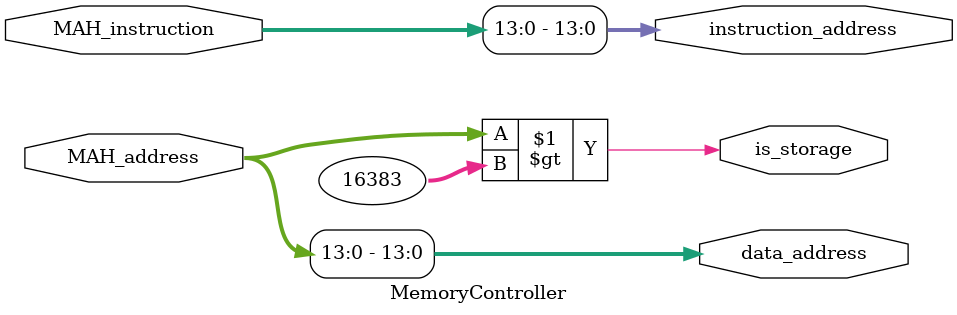
<source format=v>
module MemoryController
#(
    parameter INPUT_WIDTH = 32,
	parameter ADDRESS_WIDTH = 14,
    parameter MEMORY_END = 2**ADDRESS_WIDTH - 1
)(
    input [(INPUT_WIDTH -1) : 0] MAH_address, MAH_instruction,
    output is_storage,
    output [(ADDRESS_WIDTH - 1): 0] data_address,
                                    instruction_address
);
    assign is_storage = MAH_address > MEMORY_END;

    assign data_address = MAH_address[(ADDRESS_WIDTH -1) : 0];

    assign instruction_address =
                    MAH_instruction[(ADDRESS_WIDTH -1) : 0];

endmodule
</source>
